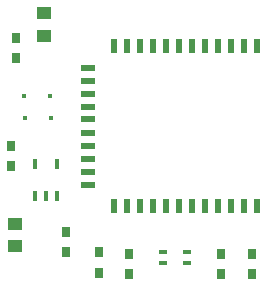
<source format=gbr>
G04 DipTrace 3.2.0.1*
G04 Íèæíÿÿï.ìàñêà.gbr*
%MOMM*%
G04 #@! TF.FileFunction,Paste,Bot*
G04 #@! TF.Part,Single*
%ADD42R,0.5X1.3*%
%ADD44R,1.3X0.5*%
%ADD46R,0.4X0.9*%
%ADD54R,0.8X0.4*%
%ADD56R,0.8X0.9*%
%ADD62R,0.4X0.4*%
%ADD64R,1.3X1.1*%
%FSLAX35Y35*%
G04*
G71*
G90*
G75*
G01*
G04 BotPaste*
%LPD*%
D64*
X-1354667Y-842327D3*
Y-652327D3*
X-1106763Y941523D3*
Y1131523D3*
D62*
X-1052897Y244523D3*
X-1272897D3*
X-1056510Y430920D3*
X-1276510D3*
D56*
X-643640Y-1063757D3*
Y-893757D3*
X-1343513Y925657D3*
Y755657D3*
X-390000Y-905000D3*
Y-1075000D3*
X-923040Y-888213D3*
Y-718213D3*
X390000Y-905000D3*
Y-1075000D3*
X650000Y-905000D3*
Y-1075000D3*
X-1388547Y4957D3*
Y-165043D3*
D54*
X-105000Y-980000D3*
X105000D3*
X-105000Y-890000D3*
X105000D3*
D46*
X-999717Y-412413D3*
X-1094717D3*
X-1189717D3*
Y-142413D3*
X-999717D3*
D44*
X-737957Y-319563D3*
Y-209563D3*
Y-99563D3*
Y10437D3*
Y120437D3*
Y235437D3*
Y340437D3*
Y450437D3*
Y560437D3*
Y670437D3*
D42*
X-512957Y850437D3*
X-402957D3*
X-292957D3*
X-182957D3*
X-72957D3*
X37043D3*
X147043D3*
X257043D3*
X367043D3*
X477043D3*
X587043D3*
X697043D3*
X-512957Y-499563D3*
X-402957D3*
X-292957D3*
X-182957D3*
X-72957D3*
X37043D3*
X147043D3*
X257043D3*
X367043D3*
X477043D3*
X587043D3*
X697043D3*
M02*

</source>
